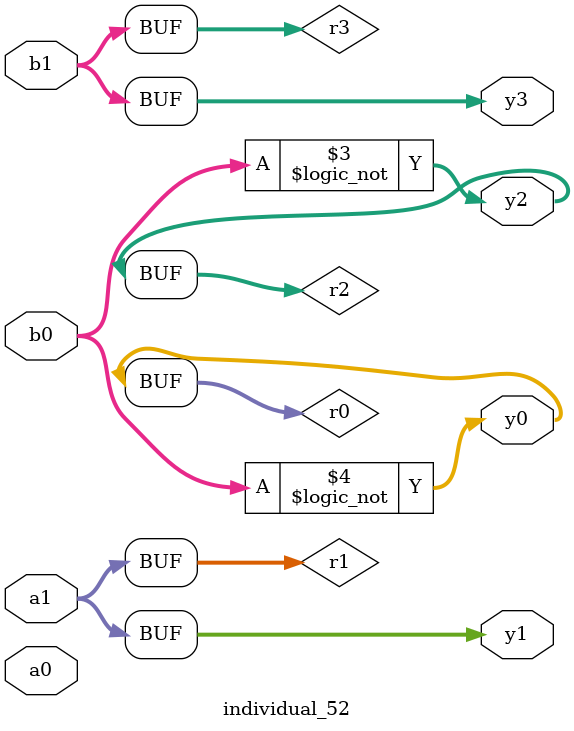
<source format=sv>
module individual_52(input logic [15:0] a1, input logic [15:0] a0, input logic [15:0] b1, input logic [15:0] b0, output logic [15:0] y3, output logic [15:0] y2, output logic [15:0] y1, output logic [15:0] y0);
logic [15:0] r0, r1, r2, r3; 
 always@(*) begin 
	 r0 = a0; r1 = a1; r2 = b0; r3 = b1; 
 	 r0  |=  b0 ;
 	 r2 = ! b0 ;
 	 r0 = ! b0 ;
 	 y3 = r3; y2 = r2; y1 = r1; y0 = r0; 
end
endmodule
</source>
